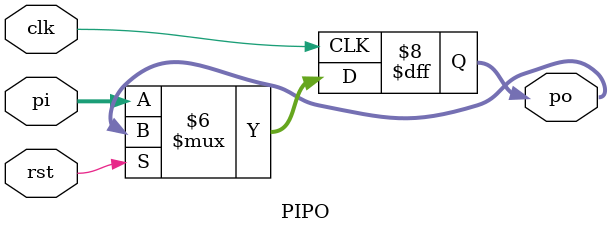
<source format=v>
`timescale 1ns / 1ps
module PIPO(po,pi,clk,rst);
input [3:0]pi;
input clk,rst;
output reg [3:0]po;
reg [3:0]temp;
always @(posedge clk)
begin
if(rst)
temp=4'b0000;
else
begin
temp=pi;
po=temp;
end
end
endmodule
</source>
